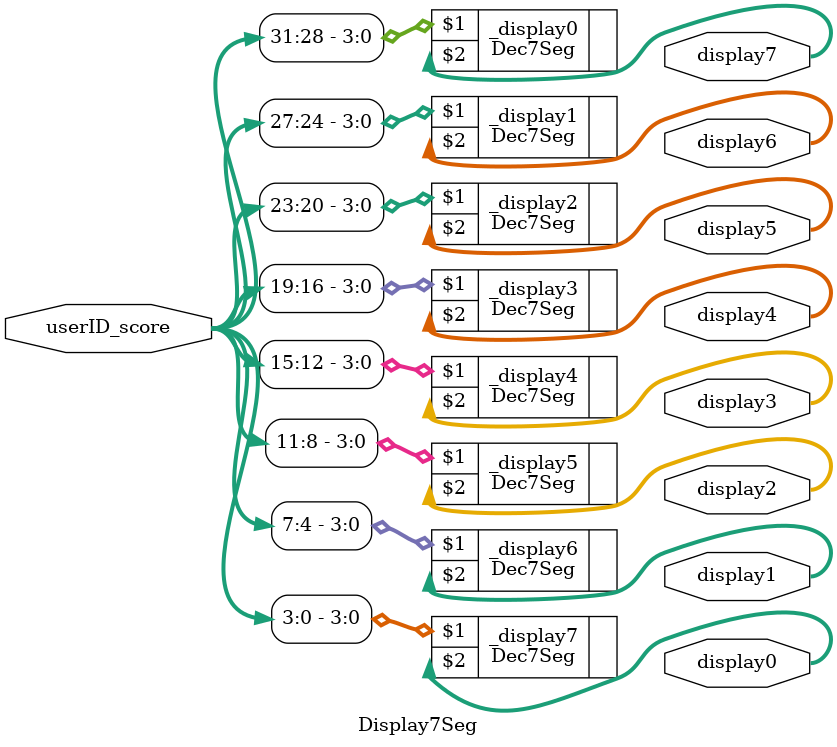
<source format=v>
module Display7Seg(
	input [31:0] userID_score,
	output[6:0]  display0,
	output[6:0]  display1,
	output[6:0]  display2,
	output[6:0]  display3,
	output[6:0]  display4,
	output[6:0]  display5,
	output[6:0]  display6,
	output[6:0]  display7 
	); 

	Dec7Seg _display0(userID_score[31:28],display7),  // 4bits in 
			_display1(userID_score[27:24],display6),
			_display2(userID_score[23:20],display5),
			_display3(userID_score[19:16],display4),
			_display4(userID_score[15:12],display3),
			_display5(userID_score[11:8],display2),
			_display6(userID_score[7:4],display1),
			_display7(userID_score[3:0],display0);

endmodule 
</source>
